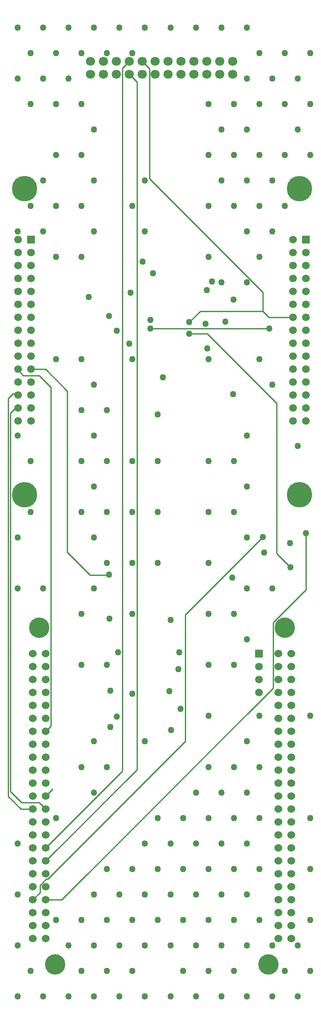
<source format=gbr>
G04 Layer_Physical_Order=3*
G04 Layer_Color=36540*
%FSLAX26Y26*%
%MOIN*%
%TF.FileFunction,Copper,L3,Inr,Signal*%
%TF.Part,Single*%
G01*
G75*
%TA.AperFunction,Conductor*%
%ADD22C,0.010000*%
%TA.AperFunction,ComponentPad*%
%ADD23R,0.059055X0.059055*%
%ADD24C,0.059055*%
%ADD25R,0.059055X0.059055*%
%ADD26C,0.070866*%
%TA.AperFunction,WasherPad*%
%ADD27C,0.196850*%
%TA.AperFunction,ComponentPad*%
%ADD28C,0.157480*%
%ADD29C,0.060000*%
%TA.AperFunction,ViaPad*%
%ADD30C,0.050000*%
D22*
X-405000Y-3965000D02*
X-255000Y-3965000D01*
X-580000Y-3790000D02*
X-405000Y-3965000D01*
X-580000Y-3790000D02*
X-580000Y-2545000D01*
X-748382Y-2376618D02*
X-580000Y-2545000D01*
X-861811Y-2376618D02*
X-748382Y-2376618D01*
X1040000Y-3800000D02*
X1145000Y-3905000D01*
X1040000Y-3800000D02*
X1040000Y-2640000D01*
X503256Y-2103256D02*
X1040000Y-2640000D01*
X361378Y-2103256D02*
X503256Y-2103256D01*
X-42676Y-5467676D02*
X-42676Y-157324D01*
X-748622Y-6173622D02*
X-42676Y-5467676D01*
X-100000Y-100000D02*
X-42676Y-157324D01*
X-990267Y-2684209D02*
X-982676Y-2684209D01*
X-1022204Y-2716146D02*
X-990267Y-2684209D01*
X-1001810Y-2565122D02*
X-985676Y-2565122D01*
X-1037204Y-2600516D02*
X-1001810Y-2565122D01*
X-1037204Y-5675040D02*
X-1037204Y-2600516D01*
X-798264Y-2425122D02*
X-708622Y-2514764D01*
X-919760Y-2425122D02*
X-798264Y-2425122D01*
X-968264Y-2376618D02*
X-919760Y-2425122D01*
X1011378Y-4838122D02*
X1011378Y-4332268D01*
X-624122Y-6473622D02*
X1011378Y-4838122D01*
X-748622Y-6473622D02*
X-624122Y-6473622D01*
X-153622Y-53622D02*
X-100000Y0D01*
X-748622Y-5673622D02*
X-693622Y-5618622D01*
X-748622Y-5173622D02*
X-708622Y-5133622D01*
X-748622Y-6073622D02*
X-153622Y-5478622D01*
X-792122Y-6417122D02*
X-792122Y-6360554D01*
X-745190Y-6313622D02*
X-732054Y-6313622D01*
X-792122Y-6360554D02*
X-745190Y-6313622D01*
X-848622Y-6473622D02*
X-792122Y-6417122D01*
X331324Y-5250244D02*
X331324Y-4273676D01*
X-732054Y-6313622D02*
X331324Y-5250244D01*
X61378Y-2063622D02*
X981378Y-2063622D01*
X447066Y-1927934D02*
X931378Y-1927934D01*
X361378Y-2013622D02*
X447066Y-1927934D01*
X331324Y-4273676D02*
X931378Y-3673622D01*
X-153622Y-5478622D02*
X-153622Y-53622D01*
X-1037204Y-5675040D02*
X-938622Y-5773622D01*
X-848622Y-5773622D01*
X-1022204Y-5635512D02*
X-1022204Y-2716146D01*
X-1022204Y-5635512D02*
X-934094Y-5723622D01*
X-798622Y-5723622D01*
X-748622Y-5773622D01*
X-982676Y-2684209D02*
X-982676Y-2676618D01*
X-708622Y-5133622D02*
X-708622Y-2514764D01*
X-982676Y-2376618D02*
X-968264Y-2376618D01*
X1157722Y-1976618D02*
X1164174Y-1983070D01*
X980062Y-1976618D02*
X1157722Y-1976618D01*
X931378Y-1927934D02*
X980062Y-1976618D01*
X1011378Y-4332268D02*
X1264174Y-4079474D01*
X1264174Y-3641574D01*
X0Y0D02*
X54567Y-54567D01*
X54567Y-904370D02*
X54567Y-54567D01*
X54567Y-904370D02*
X931378Y-1781181D01*
X931378Y-1927934D02*
X931378Y-1781181D01*
D23*
X901378Y-4573621D02*
D03*
D24*
X901378Y-4673621D02*
D03*
X901378Y-4773621D02*
D03*
X901378Y-4873621D02*
D03*
X-961811Y-2776618D02*
D03*
X-961811Y-2676618D02*
D03*
X-961811Y-2576618D02*
D03*
X-961811Y-2476618D02*
D03*
X-961811Y-2376618D02*
D03*
X-961811Y-2276618D02*
D03*
X-961811Y-2176618D02*
D03*
X-961811Y-2076618D02*
D03*
X-961811Y-1976618D02*
D03*
X-961811Y-1876618D02*
D03*
X-961811Y-1776618D02*
D03*
X-961811Y-1676618D02*
D03*
X-961811Y-1576618D02*
D03*
X-961811Y-1476618D02*
D03*
X-961811Y-1376618D02*
D03*
X-861811Y-2776618D02*
D03*
X-861811Y-2676618D02*
D03*
X-861811Y-2576618D02*
D03*
X-861811Y-2476618D02*
D03*
X-861811Y-2376618D02*
D03*
X-861811Y-2276618D02*
D03*
X-861811Y-2176618D02*
D03*
X-861811Y-2076618D02*
D03*
X-861811Y-1976618D02*
D03*
X-861811Y-1876618D02*
D03*
X-861811Y-1776618D02*
D03*
X-861811Y-1676618D02*
D03*
X-861811Y-1576618D02*
D03*
X-861811Y-1476618D02*
D03*
X1264173Y-1476618D02*
D03*
X1264173Y-1576618D02*
D03*
X1264173Y-1676618D02*
D03*
X1264173Y-1776618D02*
D03*
X1264173Y-1876618D02*
D03*
X1264173Y-1976618D02*
D03*
X1264173Y-2076618D02*
D03*
X1264173Y-2176618D02*
D03*
X1264173Y-2276618D02*
D03*
X1264173Y-2376618D02*
D03*
X1264173Y-2476618D02*
D03*
X1264173Y-2576618D02*
D03*
X1264173Y-2676618D02*
D03*
X1264173Y-2776618D02*
D03*
X1164173Y-1376618D02*
D03*
X1164173Y-1476618D02*
D03*
X1164173Y-1576618D02*
D03*
X1164173Y-1676618D02*
D03*
X1164173Y-1776618D02*
D03*
X1164173Y-1876618D02*
D03*
X1164173Y-1976618D02*
D03*
X1164173Y-2076618D02*
D03*
X1164173Y-2176618D02*
D03*
X1164173Y-2276618D02*
D03*
X1164173Y-2376618D02*
D03*
X1164173Y-2476618D02*
D03*
X1164173Y-2576618D02*
D03*
X1164173Y-2676618D02*
D03*
X1164173Y-2776618D02*
D03*
D25*
X-861811Y-1376618D02*
D03*
X1264173Y-1376618D02*
D03*
D26*
X600000Y-100000D02*
D03*
X600000Y0D02*
D03*
X500000Y0D02*
D03*
X400000Y0D02*
D03*
X300000Y0D02*
D03*
X200000Y0D02*
D03*
X100000Y0D02*
D03*
X0Y0D02*
D03*
X-100000Y0D02*
D03*
X-200000Y0D02*
D03*
X-300000Y0D02*
D03*
X-400000Y0D02*
D03*
X500000Y-100000D02*
D03*
X400000Y-100000D02*
D03*
X300000Y-100000D02*
D03*
X200000Y-100000D02*
D03*
X100000Y-100000D02*
D03*
X0Y-100000D02*
D03*
X-100000Y-100000D02*
D03*
X-200000Y-100000D02*
D03*
X-300000Y-100000D02*
D03*
X-400000Y-100000D02*
D03*
X700000Y0D02*
D03*
X700000Y-100000D02*
D03*
D27*
X-911810Y-982918D02*
D03*
X-911810Y-3345122D02*
D03*
X1214174Y-982918D02*
D03*
X1214174Y-3345122D02*
D03*
D28*
X-798622Y-4373622D02*
D03*
X1101378Y-4373622D02*
D03*
X976378Y-6973622D02*
D03*
X-673622Y-6973622D02*
D03*
D29*
X-748622Y-4573622D02*
D03*
X-748622Y-4673622D02*
D03*
X-748622Y-4773622D02*
D03*
X-748622Y-4873622D02*
D03*
X-748622Y-4973622D02*
D03*
X-748622Y-5073622D02*
D03*
X-748622Y-5173622D02*
D03*
X-748622Y-5273622D02*
D03*
X-748622Y-5373622D02*
D03*
X-748622Y-5473622D02*
D03*
X-748622Y-5573622D02*
D03*
X-748622Y-5673622D02*
D03*
X-748622Y-5773622D02*
D03*
X-748622Y-5873622D02*
D03*
X-748622Y-5973622D02*
D03*
X-748622Y-6073622D02*
D03*
X-748622Y-6173622D02*
D03*
X-748622Y-6273622D02*
D03*
X-748622Y-6373622D02*
D03*
X-748622Y-6473622D02*
D03*
X-748622Y-6573622D02*
D03*
X-748622Y-6673622D02*
D03*
X-748622Y-6773622D02*
D03*
X-848622Y-4673622D02*
D03*
X-848622Y-4773622D02*
D03*
X-848622Y-4873622D02*
D03*
X-848622Y-4973622D02*
D03*
X-848622Y-5073622D02*
D03*
X-848622Y-5173622D02*
D03*
X-848622Y-5273622D02*
D03*
X-848622Y-5373622D02*
D03*
X-848622Y-5473622D02*
D03*
X-848622Y-5573622D02*
D03*
X-848622Y-5673622D02*
D03*
X-848622Y-5773622D02*
D03*
X-848622Y-5873622D02*
D03*
X-848622Y-5973622D02*
D03*
X-848622Y-6073622D02*
D03*
X-848622Y-6173622D02*
D03*
X-848622Y-6273622D02*
D03*
X-848622Y-6373622D02*
D03*
X-848622Y-6473622D02*
D03*
X-848622Y-6573622D02*
D03*
X-848622Y-6673622D02*
D03*
X-848622Y-6773622D02*
D03*
X1051378Y-4573622D02*
D03*
X1151378Y-4573622D02*
D03*
X1151378Y-4673622D02*
D03*
X1151378Y-4773622D02*
D03*
X1151378Y-4873622D02*
D03*
X1151378Y-4973622D02*
D03*
X1151378Y-5073622D02*
D03*
X1151378Y-5173622D02*
D03*
X1151378Y-5273622D02*
D03*
X1151378Y-5373622D02*
D03*
X1151378Y-5473622D02*
D03*
X1151378Y-5573622D02*
D03*
X1151378Y-5673622D02*
D03*
X1151378Y-5773622D02*
D03*
X1151378Y-5873622D02*
D03*
X1151378Y-5973622D02*
D03*
X1151378Y-6073622D02*
D03*
X1151378Y-6173622D02*
D03*
X1151378Y-6273622D02*
D03*
X1151378Y-6373622D02*
D03*
X1151378Y-6473622D02*
D03*
X1151378Y-6573622D02*
D03*
X1151378Y-6673622D02*
D03*
X1151378Y-6773622D02*
D03*
X1051378Y-4673622D02*
D03*
X1051378Y-4773622D02*
D03*
X1051378Y-4873622D02*
D03*
X1051378Y-4973622D02*
D03*
X1051378Y-5073622D02*
D03*
X1051378Y-5173622D02*
D03*
X1051378Y-5273622D02*
D03*
X1051378Y-5373622D02*
D03*
X1051378Y-5473622D02*
D03*
X1051378Y-5573622D02*
D03*
X1051378Y-5673622D02*
D03*
X1051378Y-5773622D02*
D03*
X1051378Y-5873622D02*
D03*
X1051378Y-5973622D02*
D03*
X1051378Y-6073622D02*
D03*
X1051378Y-6173622D02*
D03*
X1051378Y-6273622D02*
D03*
X1051378Y-6373622D02*
D03*
X1051378Y-6473622D02*
D03*
X1051378Y-6573622D02*
D03*
X1051378Y-6673622D02*
D03*
X1051378Y-6773622D02*
D03*
X-848622Y-4573622D02*
D03*
D30*
X694324Y-3986122D02*
D03*
X-258352Y-3961122D02*
D03*
X1145000Y-3905000D02*
D03*
X361378Y-2103256D02*
D03*
X221378Y-5163622D02*
D03*
X277324Y-4693122D02*
D03*
X296324Y-4998122D02*
D03*
X-77676Y-4881122D02*
D03*
X-198676Y-5059122D02*
D03*
X-255676Y-4301122D02*
D03*
X218324Y-4311122D02*
D03*
X-248622Y-4858622D02*
D03*
X209450Y-4861024D02*
D03*
X-248622Y-5138622D02*
D03*
X-188622Y-4563622D02*
D03*
X286378Y-4563622D02*
D03*
X497324Y-1765122D02*
D03*
X537324Y-1700122D02*
D03*
X82324Y-1635122D02*
D03*
X642324Y-2010122D02*
D03*
X-92676Y-1785122D02*
D03*
X2324Y-1545122D02*
D03*
X62324Y-1995122D02*
D03*
X-257676Y-1965122D02*
D03*
X502324Y-2215122D02*
D03*
X487324Y-2025122D02*
D03*
X117324Y-2725122D02*
D03*
X1142324Y-3720122D02*
D03*
X-197676Y-2080122D02*
D03*
X1202324Y-2970122D02*
D03*
X-102676Y-2180122D02*
D03*
X157324Y-2440122D02*
D03*
X704118Y-1837918D02*
D03*
X702324Y-2568122D02*
D03*
X941378Y-3793622D02*
D03*
X361378Y-2013622D02*
D03*
X61378Y-2063622D02*
D03*
X-414354Y-1820224D02*
D03*
X981378Y-2063622D02*
D03*
X931378Y-3673622D02*
D03*
X1264174Y-3641574D02*
D03*
X-964030Y-7218735D02*
D03*
X-865605Y-7021885D02*
D03*
X-964030Y-6825034D02*
D03*
X-964030Y-6431334D02*
D03*
X-964030Y-6037633D02*
D03*
X-964030Y-4069129D02*
D03*
X-964030Y-3675428D02*
D03*
X-865605Y-3478578D02*
D03*
X-865605Y-3084877D02*
D03*
X-964030Y-2888026D02*
D03*
X-964030Y-1313223D02*
D03*
X-865605Y-1116373D02*
D03*
X-865605Y-328971D02*
D03*
X-964030Y-132121D02*
D03*
X-865605Y64730D02*
D03*
X-964030Y261580D02*
D03*
X-767180Y-7218735D02*
D03*
X-668754Y-6628184D02*
D03*
X-668754Y-5840782D02*
D03*
X-767180Y-4069129D02*
D03*
X-668754Y-2297475D02*
D03*
X-668754Y-1510074D02*
D03*
X-767180Y-1313223D02*
D03*
X-668754Y-1116373D02*
D03*
X-767180Y-919522D02*
D03*
X-668754Y-722672D02*
D03*
X-668754Y-328971D02*
D03*
X-767180Y-132121D02*
D03*
X-668754Y64730D02*
D03*
X-767180Y261580D02*
D03*
X-570329Y-7218735D02*
D03*
X-471904Y-7021885D02*
D03*
X-570329Y-6825034D02*
D03*
X-471904Y-6628184D02*
D03*
X-471904Y-5447082D02*
D03*
X-471904Y-4659680D02*
D03*
X-471904Y-4265979D02*
D03*
X-471904Y-3478578D02*
D03*
X-471904Y-3084877D02*
D03*
X-471904Y-2691176D02*
D03*
X-471904Y-2297475D02*
D03*
X-471904Y-1510074D02*
D03*
X-471904Y-1116373D02*
D03*
X-471904Y-722672D02*
D03*
X-471904Y-328971D02*
D03*
X-570329Y-132121D02*
D03*
X-471904Y64730D02*
D03*
X-570329Y261580D02*
D03*
X-373479Y-7218735D02*
D03*
X-275054Y-7021885D02*
D03*
X-373479Y-6825034D02*
D03*
X-275054Y-6628184D02*
D03*
X-373479Y-6431334D02*
D03*
X-275054Y-6234483D02*
D03*
X-373479Y-5643932D02*
D03*
X-275054Y-5447082D02*
D03*
X-373479Y-5250231D02*
D03*
X-275054Y-4659680D02*
D03*
X-373479Y-4069129D02*
D03*
X-275054Y-3872278D02*
D03*
X-373479Y-3675428D02*
D03*
X-275054Y-3478578D02*
D03*
X-373479Y-3281727D02*
D03*
X-275054Y-3084877D02*
D03*
X-373479Y-2888026D02*
D03*
X-275054Y-2691176D02*
D03*
X-373479Y-2494326D02*
D03*
X-373479Y-1313223D02*
D03*
X-373479Y-919522D02*
D03*
X-373479Y-525822D02*
D03*
X-275054Y64730D02*
D03*
X-373479Y261580D02*
D03*
X-176628Y-7218735D02*
D03*
X-78203Y-7021885D02*
D03*
X-176628Y-6825034D02*
D03*
X-78203Y-6628184D02*
D03*
X-176628Y-6431334D02*
D03*
X-78203Y-6234483D02*
D03*
X-78203Y-4265979D02*
D03*
X-78203Y-3872278D02*
D03*
X-78203Y-3478578D02*
D03*
X-78203Y-3084877D02*
D03*
X-78203Y-2297475D02*
D03*
X-78203Y-1116373D02*
D03*
X-78203Y64730D02*
D03*
X-176628Y261580D02*
D03*
X20222Y-7218735D02*
D03*
X20222Y-6825034D02*
D03*
X118647Y-6628184D02*
D03*
X20222Y-6431334D02*
D03*
X118647Y-6234483D02*
D03*
X20222Y-6037633D02*
D03*
X118647Y-5840782D02*
D03*
X20222Y-5250231D02*
D03*
X118647Y-3872278D02*
D03*
X118647Y-3478578D02*
D03*
X118647Y-3084877D02*
D03*
X20222Y-1313223D02*
D03*
X20222Y-919522D02*
D03*
X20222Y261580D02*
D03*
X217072Y-7218735D02*
D03*
X315498Y-7021885D02*
D03*
X217072Y-6825034D02*
D03*
X315498Y-6628184D02*
D03*
X217072Y-6431334D02*
D03*
X315498Y-6234483D02*
D03*
X217072Y-6037633D02*
D03*
X315498Y-5840782D02*
D03*
X217072Y261580D02*
D03*
X413923Y-7218735D02*
D03*
X512348Y-7021885D02*
D03*
X413923Y-6825034D02*
D03*
X512348Y-6628184D02*
D03*
X413923Y-6431334D02*
D03*
X512348Y-6234483D02*
D03*
X413923Y-6037633D02*
D03*
X512348Y-5840782D02*
D03*
X413923Y-5643932D02*
D03*
X512348Y-5447082D02*
D03*
X512348Y-5053381D02*
D03*
X512348Y-4659680D02*
D03*
X512348Y-4265979D02*
D03*
X512348Y-3872278D02*
D03*
X512348Y-3478578D02*
D03*
X512348Y-3084877D02*
D03*
X512348Y-2297475D02*
D03*
X512348Y-1510074D02*
D03*
X512348Y-1116373D02*
D03*
X512348Y-722672D02*
D03*
X512348Y-328971D02*
D03*
X413923Y261580D02*
D03*
X610773Y-7218735D02*
D03*
X709198Y-7021885D02*
D03*
X610773Y-6825034D02*
D03*
X709198Y-6628184D02*
D03*
X610773Y-6431334D02*
D03*
X709198Y-6234483D02*
D03*
X610773Y-6037633D02*
D03*
X709198Y-5840782D02*
D03*
X610773Y-5643932D02*
D03*
X709198Y-5447082D02*
D03*
X709198Y-4659680D02*
D03*
X709198Y-4265979D02*
D03*
X709198Y-3478578D02*
D03*
X709198Y-3084877D02*
D03*
X610773Y-1706924D02*
D03*
X709198Y-1116373D02*
D03*
X610773Y-919522D02*
D03*
X709198Y-722672D02*
D03*
X610773Y-525822D02*
D03*
X709198Y-328971D02*
D03*
X610773Y261580D02*
D03*
X807624Y-7218735D02*
D03*
X807624Y-6825034D02*
D03*
X906049Y-6628184D02*
D03*
X807624Y-6431334D02*
D03*
X906049Y-6234483D02*
D03*
X807624Y-6037633D02*
D03*
X906049Y-5840782D02*
D03*
X807624Y-5643932D02*
D03*
X906049Y-5447082D02*
D03*
X807624Y-5250231D02*
D03*
X906049Y-5053381D02*
D03*
X807624Y-4462830D02*
D03*
X807624Y-4069129D02*
D03*
X807624Y-3675428D02*
D03*
X807624Y-3281727D02*
D03*
X807624Y-2888026D02*
D03*
X906049Y-2297475D02*
D03*
X807624Y-1706924D02*
D03*
X906049Y-1510074D02*
D03*
X807624Y-1313223D02*
D03*
X906049Y-1116373D02*
D03*
X807624Y-919522D02*
D03*
X906049Y-722672D02*
D03*
X807624Y-525822D02*
D03*
X906049Y-328971D02*
D03*
X807624Y-132121D02*
D03*
X906049Y64730D02*
D03*
X807624Y261580D02*
D03*
X1004474Y-7218735D02*
D03*
X1102899Y-7021885D02*
D03*
X1004474Y-6825034D02*
D03*
X1004474Y-4069129D02*
D03*
X1004474Y-2494326D02*
D03*
X1004474Y-1313223D02*
D03*
X1102899Y-1116373D02*
D03*
X1004474Y-919522D02*
D03*
X1102899Y-722672D02*
D03*
X1102899Y-328971D02*
D03*
X1004474Y-132121D02*
D03*
X1102899Y64730D02*
D03*
X1201324Y-7218735D02*
D03*
X1299750Y-7021885D02*
D03*
X1201324Y-6825034D02*
D03*
X1299750Y-6628184D02*
D03*
X1299750Y-6234483D02*
D03*
X1299750Y-5840782D02*
D03*
X1299750Y-5053381D02*
D03*
X1299750Y-722672D02*
D03*
X1201324Y-525822D02*
D03*
X1299750Y-328971D02*
D03*
X1201324Y-132121D02*
D03*
X1299750Y64730D02*
D03*
%TF.MD5,054098bc89a740875c7cacffae3eefe5*%
M02*

</source>
